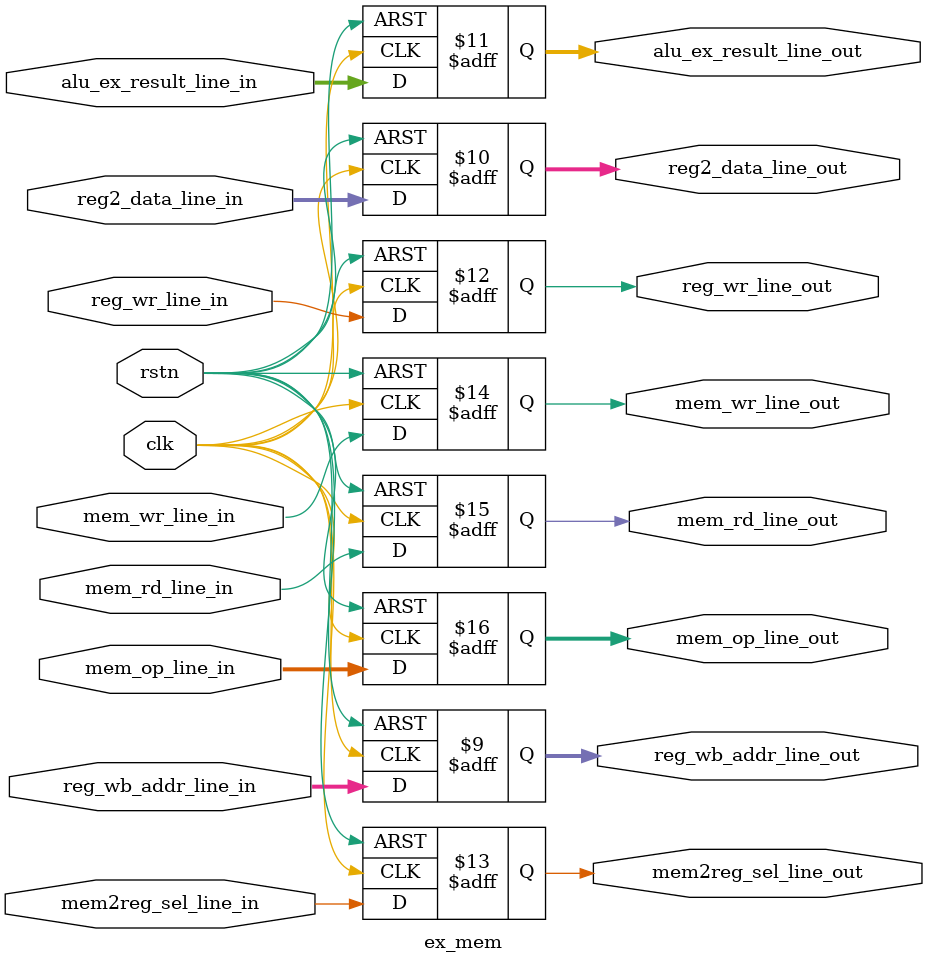
<source format=v>
module ex_mem(
    //clk & rst
    input               clk                         ,
    input               rstn                        ,
    //Control signals
    input               reg_wr_line_in              ,
    input               mem2reg_sel_line_in         ,
    input               mem_wr_line_in              ,
    input               mem_rd_line_in              ,
    input       [2:0]   mem_op_line_in              ,
    //alu_imm
    //alu_ex
    input       [31:0]  alu_ex_result_line_in       ,
    //reg
    input       [31:0]  reg2_data_line_in           ,
    //reg write bank addr
    input       [4:0]   reg_wb_addr_line_in         ,
    //data output
    //Control signals
    output  reg         reg_wr_line_out             ,
    output  reg         mem2reg_sel_line_out        ,
    output  reg         mem_wr_line_out             ,
    output  reg         mem_rd_line_out             ,
    output  reg [2:0]   mem_op_line_out             ,
    //alu_ex
    output  reg [31:0]  alu_ex_result_line_out      ,
    //reg
    output  reg [31:0]  reg2_data_line_out          ,
    //reg write bank addr
    output  reg [4:0]   reg_wb_addr_line_out        
);

always @(posedge clk or negedge rstn) begin
    if(!rstn) begin
        reg_wr_line_out     <= 1'd0;
        mem2reg_sel_line_out<= 1'd0;
        mem_wr_line_out     <= 1'd0;
        mem_rd_line_out     <= 1'd0;
        mem_op_line_out     <= 3'd0;
    end
    else begin
        reg_wr_line_out     <= reg_wr_line_in     ;
        mem2reg_sel_line_out<= mem2reg_sel_line_in;
        mem_wr_line_out     <= mem_wr_line_in     ;
        mem_rd_line_out     <= mem_rd_line_in     ;
        mem_op_line_out     <= mem_op_line_in     ;
    end
end


always @(posedge clk or negedge rstn) begin
    if(!rstn) begin
        alu_ex_result_line_out  <= 32'd0;
    end
    else begin
        alu_ex_result_line_out  <= alu_ex_result_line_in;
    end
end

always @(posedge clk or negedge rstn) begin
    if(!rstn)
        reg2_data_line_out <= 32'd0;
    else
        reg2_data_line_out <= reg2_data_line_in;
end

always @(posedge clk or negedge rstn) begin
    if(!rstn)
        reg_wb_addr_line_out <= 5'd0;
    else
        reg_wb_addr_line_out <= reg_wb_addr_line_in;
end

endmodule

</source>
